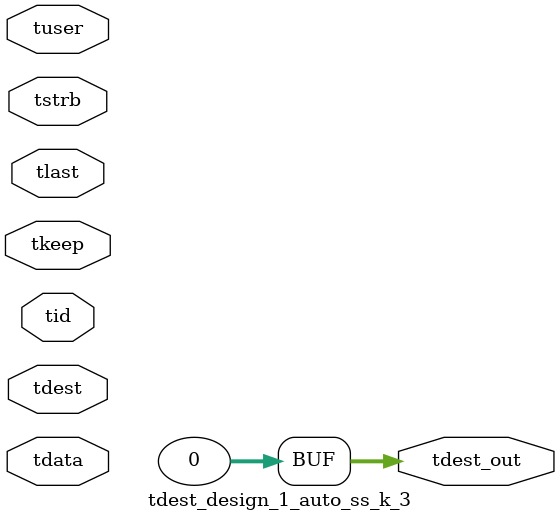
<source format=v>


`timescale 1ps/1ps

module tdest_design_1_auto_ss_k_3 #
(
parameter C_S_AXIS_TDATA_WIDTH = 32,
parameter C_S_AXIS_TUSER_WIDTH = 0,
parameter C_S_AXIS_TID_WIDTH   = 0,
parameter C_S_AXIS_TDEST_WIDTH = 0,
parameter C_M_AXIS_TDEST_WIDTH = 32
)
(
input  [(C_S_AXIS_TDATA_WIDTH == 0 ? 1 : C_S_AXIS_TDATA_WIDTH)-1:0     ] tdata,
input  [(C_S_AXIS_TUSER_WIDTH == 0 ? 1 : C_S_AXIS_TUSER_WIDTH)-1:0     ] tuser,
input  [(C_S_AXIS_TID_WIDTH   == 0 ? 1 : C_S_AXIS_TID_WIDTH)-1:0       ] tid,
input  [(C_S_AXIS_TDEST_WIDTH == 0 ? 1 : C_S_AXIS_TDEST_WIDTH)-1:0     ] tdest,
input  [(C_S_AXIS_TDATA_WIDTH/8)-1:0 ] tkeep,
input  [(C_S_AXIS_TDATA_WIDTH/8)-1:0 ] tstrb,
input                                                                    tlast,
output [C_M_AXIS_TDEST_WIDTH-1:0] tdest_out
);

assign tdest_out = {1'b0};

endmodule


</source>
